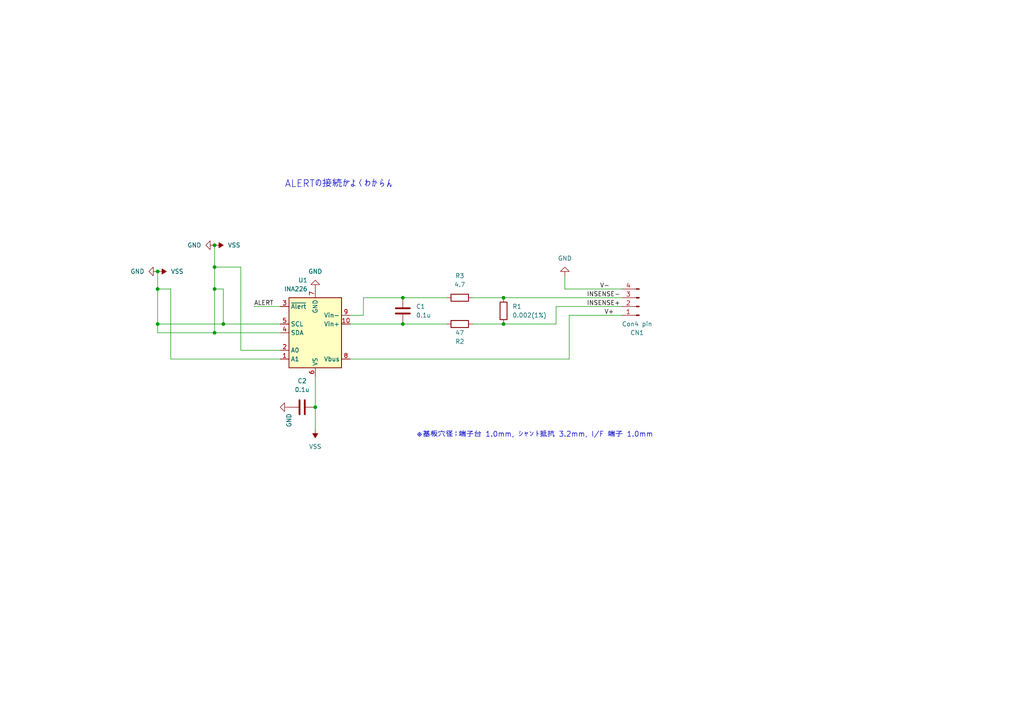
<source format=kicad_sch>
(kicad_sch (version 20230121) (generator eeschema)

  (uuid 287e619b-9256-4eb0-99a6-d319aff08c86)

  (paper "A4")

  (lib_symbols
    (symbol "Connector:Conn_01x04_Pin" (pin_names (offset 1.016) hide) (in_bom yes) (on_board yes)
      (property "Reference" "J" (at 0 5.08 0)
        (effects (font (size 1.27 1.27)))
      )
      (property "Value" "Conn_01x04_Pin" (at 0 -7.62 0)
        (effects (font (size 1.27 1.27)))
      )
      (property "Footprint" "" (at 0 0 0)
        (effects (font (size 1.27 1.27)) hide)
      )
      (property "Datasheet" "~" (at 0 0 0)
        (effects (font (size 1.27 1.27)) hide)
      )
      (property "ki_locked" "" (at 0 0 0)
        (effects (font (size 1.27 1.27)))
      )
      (property "ki_keywords" "connector" (at 0 0 0)
        (effects (font (size 1.27 1.27)) hide)
      )
      (property "ki_description" "Generic connector, single row, 01x04, script generated" (at 0 0 0)
        (effects (font (size 1.27 1.27)) hide)
      )
      (property "ki_fp_filters" "Connector*:*_1x??_*" (at 0 0 0)
        (effects (font (size 1.27 1.27)) hide)
      )
      (symbol "Conn_01x04_Pin_1_1"
        (polyline
          (pts
            (xy 1.27 -5.08)
            (xy 0.8636 -5.08)
          )
          (stroke (width 0.1524) (type default))
          (fill (type none))
        )
        (polyline
          (pts
            (xy 1.27 -2.54)
            (xy 0.8636 -2.54)
          )
          (stroke (width 0.1524) (type default))
          (fill (type none))
        )
        (polyline
          (pts
            (xy 1.27 0)
            (xy 0.8636 0)
          )
          (stroke (width 0.1524) (type default))
          (fill (type none))
        )
        (polyline
          (pts
            (xy 1.27 2.54)
            (xy 0.8636 2.54)
          )
          (stroke (width 0.1524) (type default))
          (fill (type none))
        )
        (rectangle (start 0.8636 -4.953) (end 0 -5.207)
          (stroke (width 0.1524) (type default))
          (fill (type outline))
        )
        (rectangle (start 0.8636 -2.413) (end 0 -2.667)
          (stroke (width 0.1524) (type default))
          (fill (type outline))
        )
        (rectangle (start 0.8636 0.127) (end 0 -0.127)
          (stroke (width 0.1524) (type default))
          (fill (type outline))
        )
        (rectangle (start 0.8636 2.667) (end 0 2.413)
          (stroke (width 0.1524) (type default))
          (fill (type outline))
        )
        (pin passive line (at 5.08 2.54 180) (length 3.81)
          (name "Pin_1" (effects (font (size 1.27 1.27))))
          (number "1" (effects (font (size 1.27 1.27))))
        )
        (pin passive line (at 5.08 0 180) (length 3.81)
          (name "Pin_2" (effects (font (size 1.27 1.27))))
          (number "2" (effects (font (size 1.27 1.27))))
        )
        (pin passive line (at 5.08 -2.54 180) (length 3.81)
          (name "Pin_3" (effects (font (size 1.27 1.27))))
          (number "3" (effects (font (size 1.27 1.27))))
        )
        (pin passive line (at 5.08 -5.08 180) (length 3.81)
          (name "Pin_4" (effects (font (size 1.27 1.27))))
          (number "4" (effects (font (size 1.27 1.27))))
        )
      )
    )
    (symbol "Device:C" (pin_numbers hide) (pin_names (offset 0.254)) (in_bom yes) (on_board yes)
      (property "Reference" "C" (at 0.635 2.54 0)
        (effects (font (size 1.27 1.27)) (justify left))
      )
      (property "Value" "C" (at 0.635 -2.54 0)
        (effects (font (size 1.27 1.27)) (justify left))
      )
      (property "Footprint" "" (at 0.9652 -3.81 0)
        (effects (font (size 1.27 1.27)) hide)
      )
      (property "Datasheet" "~" (at 0 0 0)
        (effects (font (size 1.27 1.27)) hide)
      )
      (property "ki_keywords" "cap capacitor" (at 0 0 0)
        (effects (font (size 1.27 1.27)) hide)
      )
      (property "ki_description" "Unpolarized capacitor" (at 0 0 0)
        (effects (font (size 1.27 1.27)) hide)
      )
      (property "ki_fp_filters" "C_*" (at 0 0 0)
        (effects (font (size 1.27 1.27)) hide)
      )
      (symbol "C_0_1"
        (polyline
          (pts
            (xy -2.032 -0.762)
            (xy 2.032 -0.762)
          )
          (stroke (width 0.508) (type default))
          (fill (type none))
        )
        (polyline
          (pts
            (xy -2.032 0.762)
            (xy 2.032 0.762)
          )
          (stroke (width 0.508) (type default))
          (fill (type none))
        )
      )
      (symbol "C_1_1"
        (pin passive line (at 0 3.81 270) (length 2.794)
          (name "~" (effects (font (size 1.27 1.27))))
          (number "1" (effects (font (size 1.27 1.27))))
        )
        (pin passive line (at 0 -3.81 90) (length 2.794)
          (name "~" (effects (font (size 1.27 1.27))))
          (number "2" (effects (font (size 1.27 1.27))))
        )
      )
    )
    (symbol "Device:R" (pin_numbers hide) (pin_names (offset 0)) (in_bom yes) (on_board yes)
      (property "Reference" "R" (at 2.032 0 90)
        (effects (font (size 1.27 1.27)))
      )
      (property "Value" "R" (at 0 0 90)
        (effects (font (size 1.27 1.27)))
      )
      (property "Footprint" "" (at -1.778 0 90)
        (effects (font (size 1.27 1.27)) hide)
      )
      (property "Datasheet" "~" (at 0 0 0)
        (effects (font (size 1.27 1.27)) hide)
      )
      (property "ki_keywords" "R res resistor" (at 0 0 0)
        (effects (font (size 1.27 1.27)) hide)
      )
      (property "ki_description" "Resistor" (at 0 0 0)
        (effects (font (size 1.27 1.27)) hide)
      )
      (property "ki_fp_filters" "R_*" (at 0 0 0)
        (effects (font (size 1.27 1.27)) hide)
      )
      (symbol "R_0_1"
        (rectangle (start -1.016 -2.54) (end 1.016 2.54)
          (stroke (width 0.254) (type default))
          (fill (type none))
        )
      )
      (symbol "R_1_1"
        (pin passive line (at 0 3.81 270) (length 1.27)
          (name "~" (effects (font (size 1.27 1.27))))
          (number "1" (effects (font (size 1.27 1.27))))
        )
        (pin passive line (at 0 -3.81 90) (length 1.27)
          (name "~" (effects (font (size 1.27 1.27))))
          (number "2" (effects (font (size 1.27 1.27))))
        )
      )
    )
    (symbol "Sensor_Energy:INA226" (in_bom yes) (on_board yes)
      (property "Reference" "U" (at -6.35 11.43 0)
        (effects (font (size 1.27 1.27)))
      )
      (property "Value" "INA226" (at 3.81 11.43 0)
        (effects (font (size 1.27 1.27)))
      )
      (property "Footprint" "Package_SO:VSSOP-10_3x3mm_P0.5mm" (at 20.32 -11.43 0)
        (effects (font (size 1.27 1.27)) hide)
      )
      (property "Datasheet" "http://www.ti.com/lit/ds/symlink/ina226.pdf" (at 8.89 -2.54 0)
        (effects (font (size 1.27 1.27)) hide)
      )
      (property "ki_keywords" "ADC I2C 16-Bit Oversampling Current Shunt" (at 0 0 0)
        (effects (font (size 1.27 1.27)) hide)
      )
      (property "ki_description" "High-Side or Low-Side Measurement, Bi-Directional Current and Power Monitor (0-36V) with I2C Compatible Interface, VSSOP-10" (at 0 0 0)
        (effects (font (size 1.27 1.27)) hide)
      )
      (property "ki_fp_filters" "VSSOP*3x3mm*P0.5mm*" (at 0 0 0)
        (effects (font (size 1.27 1.27)) hide)
      )
      (symbol "INA226_0_1"
        (rectangle (start 7.62 10.16) (end -7.62 -10.16)
          (stroke (width 0.254) (type default))
          (fill (type background))
        )
      )
      (symbol "INA226_1_1"
        (pin input line (at 10.16 7.62 180) (length 2.54)
          (name "A1" (effects (font (size 1.27 1.27))))
          (number "1" (effects (font (size 1.27 1.27))))
        )
        (pin input line (at -10.16 -2.54 0) (length 2.54)
          (name "Vin+" (effects (font (size 1.27 1.27))))
          (number "10" (effects (font (size 1.27 1.27))))
        )
        (pin input line (at 10.16 5.08 180) (length 2.54)
          (name "A0" (effects (font (size 1.27 1.27))))
          (number "2" (effects (font (size 1.27 1.27))))
        )
        (pin open_collector line (at 10.16 -7.62 180) (length 2.54)
          (name "~{Alert}" (effects (font (size 1.27 1.27))))
          (number "3" (effects (font (size 1.27 1.27))))
        )
        (pin bidirectional line (at 10.16 0 180) (length 2.54)
          (name "SDA" (effects (font (size 1.27 1.27))))
          (number "4" (effects (font (size 1.27 1.27))))
        )
        (pin input line (at 10.16 -2.54 180) (length 2.54)
          (name "SCL" (effects (font (size 1.27 1.27))))
          (number "5" (effects (font (size 1.27 1.27))))
        )
        (pin power_in line (at 0 12.7 270) (length 2.54)
          (name "VS" (effects (font (size 1.27 1.27))))
          (number "6" (effects (font (size 1.27 1.27))))
        )
        (pin power_in line (at 0 -12.7 90) (length 2.54)
          (name "GND" (effects (font (size 1.27 1.27))))
          (number "7" (effects (font (size 1.27 1.27))))
        )
        (pin input line (at -10.16 7.62 0) (length 2.54)
          (name "Vbus" (effects (font (size 1.27 1.27))))
          (number "8" (effects (font (size 1.27 1.27))))
        )
        (pin input line (at -10.16 -5.08 0) (length 2.54)
          (name "Vin-" (effects (font (size 1.27 1.27))))
          (number "9" (effects (font (size 1.27 1.27))))
        )
      )
    )
    (symbol "power:GND" (power) (pin_names (offset 0)) (in_bom yes) (on_board yes)
      (property "Reference" "#PWR" (at 0 -6.35 0)
        (effects (font (size 1.27 1.27)) hide)
      )
      (property "Value" "GND" (at 0 -3.81 0)
        (effects (font (size 1.27 1.27)))
      )
      (property "Footprint" "" (at 0 0 0)
        (effects (font (size 1.27 1.27)) hide)
      )
      (property "Datasheet" "" (at 0 0 0)
        (effects (font (size 1.27 1.27)) hide)
      )
      (property "ki_keywords" "global power" (at 0 0 0)
        (effects (font (size 1.27 1.27)) hide)
      )
      (property "ki_description" "Power symbol creates a global label with name \"GND\" , ground" (at 0 0 0)
        (effects (font (size 1.27 1.27)) hide)
      )
      (symbol "GND_0_1"
        (polyline
          (pts
            (xy 0 0)
            (xy 0 -1.27)
            (xy 1.27 -1.27)
            (xy 0 -2.54)
            (xy -1.27 -1.27)
            (xy 0 -1.27)
          )
          (stroke (width 0) (type default))
          (fill (type none))
        )
      )
      (symbol "GND_1_1"
        (pin power_in line (at 0 0 270) (length 0) hide
          (name "GND" (effects (font (size 1.27 1.27))))
          (number "1" (effects (font (size 1.27 1.27))))
        )
      )
    )
    (symbol "power:VSS" (power) (pin_names (offset 0)) (in_bom yes) (on_board yes)
      (property "Reference" "#PWR" (at 0 -3.81 0)
        (effects (font (size 1.27 1.27)) hide)
      )
      (property "Value" "VSS" (at 0 3.81 0)
        (effects (font (size 1.27 1.27)))
      )
      (property "Footprint" "" (at 0 0 0)
        (effects (font (size 1.27 1.27)) hide)
      )
      (property "Datasheet" "" (at 0 0 0)
        (effects (font (size 1.27 1.27)) hide)
      )
      (property "ki_keywords" "global power" (at 0 0 0)
        (effects (font (size 1.27 1.27)) hide)
      )
      (property "ki_description" "Power symbol creates a global label with name \"VSS\"" (at 0 0 0)
        (effects (font (size 1.27 1.27)) hide)
      )
      (symbol "VSS_0_1"
        (polyline
          (pts
            (xy 0 0)
            (xy 0 2.54)
          )
          (stroke (width 0) (type default))
          (fill (type none))
        )
        (polyline
          (pts
            (xy 0.762 1.27)
            (xy -0.762 1.27)
            (xy 0 2.54)
            (xy 0.762 1.27)
          )
          (stroke (width 0) (type default))
          (fill (type outline))
        )
      )
      (symbol "VSS_1_1"
        (pin power_in line (at 0 0 90) (length 0) hide
          (name "VSS" (effects (font (size 1.27 1.27))))
          (number "1" (effects (font (size 1.27 1.27))))
        )
      )
    )
  )

  (junction (at 45.72 83.82) (diameter 0) (color 0 0 0 0)
    (uuid 024de5c2-14f5-445b-8c79-654cd06109dc)
  )
  (junction (at 62.23 71.12) (diameter 0) (color 0 0 0 0)
    (uuid 1948db25-3f37-4f2a-a9a0-fa5888f4a0b5)
  )
  (junction (at 146.05 93.98) (diameter 0) (color 0 0 0 0)
    (uuid 300452d3-0cff-4f9a-a763-60a40e845d71)
  )
  (junction (at 62.23 77.47) (diameter 0) (color 0 0 0 0)
    (uuid 34c65d5e-90fc-47db-8c38-379ca100c23e)
  )
  (junction (at 62.23 83.82) (diameter 0) (color 0 0 0 0)
    (uuid 3c4069d8-e3e2-4976-a0c1-197ce89a2526)
  )
  (junction (at 116.84 86.36) (diameter 0) (color 0 0 0 0)
    (uuid 60112316-aa52-4501-ad9c-c666a5acffe0)
  )
  (junction (at 64.77 93.98) (diameter 0) (color 0 0 0 0)
    (uuid 7ea3c754-c109-43aa-964c-7701d91e6726)
  )
  (junction (at 45.72 78.74) (diameter 0) (color 0 0 0 0)
    (uuid 952b0a2b-cc12-4cbd-9385-5258498fd6fb)
  )
  (junction (at 116.84 93.98) (diameter 0) (color 0 0 0 0)
    (uuid 9863b537-933e-4763-b54f-e8378d2191be)
  )
  (junction (at 91.44 118.11) (diameter 0) (color 0 0 0 0)
    (uuid b28ae9e6-deca-4636-9df0-84a2362904cf)
  )
  (junction (at 62.23 96.52) (diameter 0) (color 0 0 0 0)
    (uuid cca5358d-8381-4330-95d0-d97679e16d13)
  )
  (junction (at 146.05 86.36) (diameter 0) (color 0 0 0 0)
    (uuid d4a0fd71-e00b-48b6-830e-4d7ab121aadd)
  )
  (junction (at 45.72 93.98) (diameter 0) (color 0 0 0 0)
    (uuid e01d7a10-d8dd-4e6d-b040-eed45718fc6f)
  )

  (wire (pts (xy 105.41 86.36) (xy 116.84 86.36))
    (stroke (width 0) (type default))
    (uuid 024d3a00-3e2c-463d-9112-6ad9aad0ad54)
  )
  (wire (pts (xy 62.23 71.12) (xy 62.23 77.47))
    (stroke (width 0) (type default))
    (uuid 10a11428-7abb-41ee-90ee-b26e373cb40a)
  )
  (wire (pts (xy 137.16 93.98) (xy 146.05 93.98))
    (stroke (width 0) (type default))
    (uuid 13573e07-3a9b-4fc8-8e6c-1cf5e5363678)
  )
  (wire (pts (xy 45.72 93.98) (xy 64.77 93.98))
    (stroke (width 0) (type default))
    (uuid 18395364-780c-481b-bebe-54c264ee28f5)
  )
  (wire (pts (xy 64.77 93.98) (xy 64.77 83.82))
    (stroke (width 0) (type default))
    (uuid 1fc26920-bc05-4816-85da-b8ecd1c76f02)
  )
  (wire (pts (xy 62.23 83.82) (xy 64.77 83.82))
    (stroke (width 0) (type default))
    (uuid 25988151-4321-4cdd-8323-1966fda7164f)
  )
  (wire (pts (xy 91.44 109.22) (xy 91.44 118.11))
    (stroke (width 0) (type default))
    (uuid 28f803ea-ae5e-4c1f-892b-677301c1a722)
  )
  (wire (pts (xy 165.1 91.44) (xy 180.34 91.44))
    (stroke (width 0) (type default))
    (uuid 30ad5f08-c120-42d8-af20-99938d6dc412)
  )
  (wire (pts (xy 69.85 101.6) (xy 69.85 77.47))
    (stroke (width 0) (type default))
    (uuid 53c6cd1f-d927-4717-969c-a8c952b20786)
  )
  (wire (pts (xy 116.84 93.98) (xy 129.54 93.98))
    (stroke (width 0) (type default))
    (uuid 5a7222e5-7f9d-4e9d-afce-755c69d0f403)
  )
  (wire (pts (xy 163.83 83.82) (xy 180.34 83.82))
    (stroke (width 0) (type default))
    (uuid 5bf31190-9686-43cf-bc4b-349e154bfca5)
  )
  (wire (pts (xy 101.6 93.98) (xy 116.84 93.98))
    (stroke (width 0) (type default))
    (uuid 5e737df5-b3a3-455d-97d7-554110611902)
  )
  (wire (pts (xy 161.29 88.9) (xy 180.34 88.9))
    (stroke (width 0) (type default))
    (uuid 68d4027f-28bc-40ec-975e-b6149a733055)
  )
  (wire (pts (xy 62.23 77.47) (xy 69.85 77.47))
    (stroke (width 0) (type default))
    (uuid 6c12a981-8174-4dcc-89f6-6d3fac202afa)
  )
  (wire (pts (xy 146.05 93.98) (xy 161.29 93.98))
    (stroke (width 0) (type default))
    (uuid 6debfc75-8442-4db0-bf16-205fd4b2ef56)
  )
  (wire (pts (xy 45.72 78.74) (xy 45.72 83.82))
    (stroke (width 0) (type default))
    (uuid 7433fba0-418c-4501-a1b9-9563b90d94f6)
  )
  (wire (pts (xy 101.6 91.44) (xy 105.41 91.44))
    (stroke (width 0) (type default))
    (uuid 766ba8fe-0e06-4c04-88de-27339974f929)
  )
  (wire (pts (xy 64.77 93.98) (xy 81.28 93.98))
    (stroke (width 0) (type default))
    (uuid 793bccdb-2438-4f4e-9c40-83ddd8293d98)
  )
  (wire (pts (xy 81.28 101.6) (xy 69.85 101.6))
    (stroke (width 0) (type default))
    (uuid 812f1b29-b908-46ef-9a28-3fe21c2aec13)
  )
  (wire (pts (xy 45.72 83.82) (xy 49.53 83.82))
    (stroke (width 0) (type default))
    (uuid 82892db6-9a9e-4354-8800-b4647f019cd7)
  )
  (wire (pts (xy 116.84 86.36) (xy 129.54 86.36))
    (stroke (width 0) (type default))
    (uuid 978a4c18-2ee1-45fc-9101-f3385e035191)
  )
  (wire (pts (xy 45.72 83.82) (xy 45.72 93.98))
    (stroke (width 0) (type default))
    (uuid 9815dc4a-9405-4193-b48b-d5f6b9e2a293)
  )
  (wire (pts (xy 81.28 104.14) (xy 49.53 104.14))
    (stroke (width 0) (type default))
    (uuid 9e8df156-dbce-49e1-b8ad-bb79e98a489f)
  )
  (wire (pts (xy 49.53 83.82) (xy 49.53 104.14))
    (stroke (width 0) (type default))
    (uuid aea87700-62c4-4229-8536-5249abeb197b)
  )
  (wire (pts (xy 163.83 80.01) (xy 163.83 83.82))
    (stroke (width 0) (type default))
    (uuid bc036109-1be7-4c38-95c5-1134860fdc5c)
  )
  (wire (pts (xy 137.16 86.36) (xy 146.05 86.36))
    (stroke (width 0) (type default))
    (uuid bfafa0e9-494e-492a-8970-e5ad415dc577)
  )
  (wire (pts (xy 91.44 118.11) (xy 91.44 124.46))
    (stroke (width 0) (type default))
    (uuid c34a86d7-e756-4ad3-9388-aecc66843bb2)
  )
  (wire (pts (xy 105.41 91.44) (xy 105.41 86.36))
    (stroke (width 0) (type default))
    (uuid c3d71c17-1b78-43ed-aa63-176059de7909)
  )
  (wire (pts (xy 161.29 93.98) (xy 161.29 88.9))
    (stroke (width 0) (type default))
    (uuid c53aead4-b665-40bc-8cad-42ee567e0685)
  )
  (wire (pts (xy 165.1 91.44) (xy 165.1 104.14))
    (stroke (width 0) (type default))
    (uuid ca3ead73-cce5-4c46-84d2-25b16d8f582e)
  )
  (wire (pts (xy 62.23 77.47) (xy 62.23 83.82))
    (stroke (width 0) (type default))
    (uuid cf486c27-3522-493a-8ab0-9f0ab834e519)
  )
  (wire (pts (xy 45.72 96.52) (xy 62.23 96.52))
    (stroke (width 0) (type default))
    (uuid d67f0bba-a272-480e-998b-02f9ff3448ed)
  )
  (wire (pts (xy 62.23 96.52) (xy 81.28 96.52))
    (stroke (width 0) (type default))
    (uuid da6d37d1-477a-4e24-81c7-2bc3e9d87718)
  )
  (wire (pts (xy 62.23 83.82) (xy 62.23 96.52))
    (stroke (width 0) (type default))
    (uuid dfc41728-81d1-4d8e-9461-ca58d7ac0f56)
  )
  (wire (pts (xy 165.1 104.14) (xy 101.6 104.14))
    (stroke (width 0) (type default))
    (uuid eb45392e-a9dd-4389-8d87-1fff2692cf16)
  )
  (wire (pts (xy 73.66 88.9) (xy 81.28 88.9))
    (stroke (width 0) (type default))
    (uuid f01c0c0f-62d6-46e2-9e27-65b328119682)
  )
  (wire (pts (xy 146.05 86.36) (xy 180.34 86.36))
    (stroke (width 0) (type default))
    (uuid f59e6036-ac3f-419a-81a7-49a95bd6deed)
  )
  (wire (pts (xy 45.72 93.98) (xy 45.72 96.52))
    (stroke (width 0) (type default))
    (uuid f6fa1f4e-cfba-4fc6-9609-d6db7d7ecca2)
  )

  (text "※基板穴径：端子台 1.0mm, シャント抵抗 3.2mm, I/F 端子 1.0mm" (at 120.65 127 0)
    (effects (font (size 1.5 1.5)) (justify left bottom))
    (uuid 90aab7a5-0226-454c-8056-34627da92aef)
  )
  (text "ALERTの接続がよくわからん" (at 82.55 54.61 0)
    (effects (font (size 2 2)) (justify left bottom))
    (uuid f0deb96e-5046-4217-ab0c-f3d7afe126ca)
  )

  (label "INSENSE-" (at 170.18 86.36 0) (fields_autoplaced)
    (effects (font (size 1.27 1.27)) (justify left bottom))
    (uuid 3c9596f5-ce37-44df-95bf-282ed1e218b2)
  )
  (label "ALERT" (at 73.66 88.9 0) (fields_autoplaced)
    (effects (font (size 1.27 1.27)) (justify left bottom))
    (uuid 4bea0136-2602-4842-8c9e-a7c7c44fb396)
  )
  (label "INSENSE+" (at 170.18 88.9 0) (fields_autoplaced)
    (effects (font (size 1.27 1.27)) (justify left bottom))
    (uuid 7ada7ec2-bc61-45f8-9e8b-76b8221a5f5e)
  )
  (label "V-" (at 173.99 83.82 0) (fields_autoplaced)
    (effects (font (size 1.27 1.27)) (justify left bottom))
    (uuid 9b6255d0-9c14-415e-8d68-1c27e202d52b)
  )
  (label "V+" (at 175.26 91.44 0) (fields_autoplaced)
    (effects (font (size 1.27 1.27)) (justify left bottom))
    (uuid da41cbfc-8056-462e-991e-fe1e27b92610)
  )

  (symbol (lib_id "power:GND") (at 163.83 80.01 0) (mirror x) (unit 1)
    (in_bom yes) (on_board yes) (dnp no) (fields_autoplaced)
    (uuid 2a49525f-4d3a-47f2-93d3-37123f34271c)
    (property "Reference" "#PWR04" (at 163.83 73.66 0)
      (effects (font (size 1.27 1.27)) hide)
    )
    (property "Value" "GND" (at 163.83 74.93 0)
      (effects (font (size 1.27 1.27)))
    )
    (property "Footprint" "" (at 163.83 80.01 0)
      (effects (font (size 1.27 1.27)) hide)
    )
    (property "Datasheet" "" (at 163.83 80.01 0)
      (effects (font (size 1.27 1.27)) hide)
    )
    (pin "1" (uuid 5df7266e-1c1c-4a00-b113-e9f57e18feba))
    (instances
      (project "INA"
        (path "/287e619b-9256-4eb0-99a6-d319aff08c86"
          (reference "#PWR04") (unit 1)
        )
      )
    )
  )

  (symbol (lib_id "power:GND") (at 91.44 83.82 0) (mirror x) (unit 1)
    (in_bom yes) (on_board yes) (dnp no) (fields_autoplaced)
    (uuid 399b2b82-5ac1-4bab-8007-3d1d2608706e)
    (property "Reference" "#PWR01" (at 91.44 77.47 0)
      (effects (font (size 1.27 1.27)) hide)
    )
    (property "Value" "GND" (at 91.44 78.74 0)
      (effects (font (size 1.27 1.27)))
    )
    (property "Footprint" "" (at 91.44 83.82 0)
      (effects (font (size 1.27 1.27)) hide)
    )
    (property "Datasheet" "" (at 91.44 83.82 0)
      (effects (font (size 1.27 1.27)) hide)
    )
    (pin "1" (uuid 42f263c0-7708-4e0e-a0ba-afd1bcc4a178))
    (instances
      (project "INA"
        (path "/287e619b-9256-4eb0-99a6-d319aff08c86"
          (reference "#PWR01") (unit 1)
        )
      )
    )
  )

  (symbol (lib_id "power:VSS") (at 91.44 124.46 0) (mirror x) (unit 1)
    (in_bom yes) (on_board yes) (dnp no) (fields_autoplaced)
    (uuid 4fceb65b-c889-44cb-85e1-475ddc77e75c)
    (property "Reference" "#PWR03" (at 91.44 120.65 0)
      (effects (font (size 1.27 1.27)) hide)
    )
    (property "Value" "VSS" (at 91.44 129.54 0)
      (effects (font (size 1.27 1.27)))
    )
    (property "Footprint" "" (at 91.44 124.46 0)
      (effects (font (size 1.27 1.27)) hide)
    )
    (property "Datasheet" "" (at 91.44 124.46 0)
      (effects (font (size 1.27 1.27)) hide)
    )
    (pin "1" (uuid c9219170-ace8-4003-8ad8-c7bbfdadaea5))
    (instances
      (project "INA"
        (path "/287e619b-9256-4eb0-99a6-d319aff08c86"
          (reference "#PWR03") (unit 1)
        )
      )
    )
  )

  (symbol (lib_id "Device:C") (at 87.63 118.11 270) (unit 1)
    (in_bom yes) (on_board yes) (dnp no) (fields_autoplaced)
    (uuid 7652bbd3-8240-4072-860c-e925b8561081)
    (property "Reference" "C2" (at 87.63 110.49 90)
      (effects (font (size 1.27 1.27)))
    )
    (property "Value" "0.1u" (at 87.63 113.03 90)
      (effects (font (size 1.27 1.27)))
    )
    (property "Footprint" "" (at 83.82 119.0752 0)
      (effects (font (size 1.27 1.27)) hide)
    )
    (property "Datasheet" "~" (at 87.63 118.11 0)
      (effects (font (size 1.27 1.27)) hide)
    )
    (pin "1" (uuid 2572534b-bdff-4d5c-88aa-b7b469fd157d))
    (pin "2" (uuid 6b445560-605f-4439-93a0-5a18d383106c))
    (instances
      (project "INA"
        (path "/287e619b-9256-4eb0-99a6-d319aff08c86"
          (reference "C2") (unit 1)
        )
      )
    )
  )

  (symbol (lib_id "power:GND") (at 62.23 71.12 270) (unit 1)
    (in_bom yes) (on_board yes) (dnp no) (fields_autoplaced)
    (uuid 820efac0-f679-4f81-8633-ddc5269e4c98)
    (property "Reference" "#PWR06" (at 55.88 71.12 0)
      (effects (font (size 1.27 1.27)) hide)
    )
    (property "Value" "GND" (at 58.42 71.12 90)
      (effects (font (size 1.27 1.27)) (justify right))
    )
    (property "Footprint" "" (at 62.23 71.12 0)
      (effects (font (size 1.27 1.27)) hide)
    )
    (property "Datasheet" "" (at 62.23 71.12 0)
      (effects (font (size 1.27 1.27)) hide)
    )
    (pin "1" (uuid 80768c36-e555-432f-93ba-bcfc97854b27))
    (instances
      (project "INA"
        (path "/287e619b-9256-4eb0-99a6-d319aff08c86"
          (reference "#PWR06") (unit 1)
        )
      )
    )
  )

  (symbol (lib_id "Device:C") (at 116.84 90.17 0) (unit 1)
    (in_bom yes) (on_board yes) (dnp no) (fields_autoplaced)
    (uuid 977b32b6-7c0c-4a50-91fe-bee1a957884c)
    (property "Reference" "C1" (at 120.65 88.9 0)
      (effects (font (size 1.27 1.27)) (justify left))
    )
    (property "Value" "0.1u" (at 120.65 91.44 0)
      (effects (font (size 1.27 1.27)) (justify left))
    )
    (property "Footprint" "" (at 117.8052 93.98 0)
      (effects (font (size 1.27 1.27)) hide)
    )
    (property "Datasheet" "~" (at 116.84 90.17 0)
      (effects (font (size 1.27 1.27)) hide)
    )
    (pin "2" (uuid ac695178-fbe5-4b88-b57d-77657b59f6ce))
    (pin "1" (uuid c7ef131e-a8ef-4d47-a650-6a48b865cb8d))
    (instances
      (project "INA"
        (path "/287e619b-9256-4eb0-99a6-d319aff08c86"
          (reference "C1") (unit 1)
        )
      )
    )
  )

  (symbol (lib_id "power:VSS") (at 62.23 71.12 270) (unit 1)
    (in_bom yes) (on_board yes) (dnp no) (fields_autoplaced)
    (uuid ad66bd4d-5fee-4da6-9ca2-a5eac82cdb03)
    (property "Reference" "#PWR08" (at 58.42 71.12 0)
      (effects (font (size 1.27 1.27)) hide)
    )
    (property "Value" "VSS" (at 66.04 71.12 90)
      (effects (font (size 1.27 1.27)) (justify left))
    )
    (property "Footprint" "" (at 62.23 71.12 0)
      (effects (font (size 1.27 1.27)) hide)
    )
    (property "Datasheet" "" (at 62.23 71.12 0)
      (effects (font (size 1.27 1.27)) hide)
    )
    (pin "1" (uuid cc2a3af6-d511-4d09-b760-da3c9f87ba4e))
    (instances
      (project "INA"
        (path "/287e619b-9256-4eb0-99a6-d319aff08c86"
          (reference "#PWR08") (unit 1)
        )
      )
    )
  )

  (symbol (lib_id "Device:R") (at 133.35 93.98 270) (unit 1)
    (in_bom yes) (on_board yes) (dnp no)
    (uuid b41ffd4f-902a-452c-92d5-701909c4c116)
    (property "Reference" "R2" (at 133.35 99.06 90)
      (effects (font (size 1.27 1.27)))
    )
    (property "Value" "47" (at 133.35 96.52 90)
      (effects (font (size 1.27 1.27)))
    )
    (property "Footprint" "" (at 133.35 92.202 90)
      (effects (font (size 1.27 1.27)) hide)
    )
    (property "Datasheet" "~" (at 133.35 93.98 0)
      (effects (font (size 1.27 1.27)) hide)
    )
    (pin "2" (uuid 89855837-a0ee-49e4-a28e-688f4716da4b))
    (pin "1" (uuid 099933d1-74da-42db-8e65-bbe0f3db28a7))
    (instances
      (project "INA"
        (path "/287e619b-9256-4eb0-99a6-d319aff08c86"
          (reference "R2") (unit 1)
        )
      )
    )
  )

  (symbol (lib_id "Sensor_Energy:INA226") (at 91.44 96.52 180) (unit 1)
    (in_bom yes) (on_board yes) (dnp no)
    (uuid b7c0305d-9cd2-4a83-a6d6-58298a3bc25f)
    (property "Reference" "U1" (at 89.2459 81.28 0)
      (effects (font (size 1.27 1.27)) (justify left))
    )
    (property "Value" "INA226" (at 89.2459 83.82 0)
      (effects (font (size 1.27 1.27)) (justify left))
    )
    (property "Footprint" "Package_SO:VSSOP-10_3x3mm_P0.5mm" (at 71.12 85.09 0)
      (effects (font (size 1.27 1.27)) hide)
    )
    (property "Datasheet" "http://www.ti.com/lit/ds/symlink/ina226.pdf" (at 82.55 93.98 0)
      (effects (font (size 1.27 1.27)) hide)
    )
    (pin "1" (uuid d232b3dc-6778-4bb4-a11e-07e433897219))
    (pin "10" (uuid a8e5c743-438b-460f-a140-465794a4e331))
    (pin "8" (uuid 2fbabf37-b032-4dbc-87d2-475775f5c843))
    (pin "9" (uuid 2adb6497-0e12-4f75-9cf9-bd3fe2266582))
    (pin "7" (uuid a7d413f1-86d1-4e9a-8e9d-5ff9437a24fb))
    (pin "2" (uuid ec5696fd-04c4-4b58-ba34-810a8af9db24))
    (pin "5" (uuid 7d8b7993-6c18-4871-9a66-2d37a36c63c8))
    (pin "3" (uuid 44598791-6f5c-43ee-8334-8e2e1a7b24d8))
    (pin "6" (uuid 7a56091c-47e7-4ffb-8711-bd7b2974ed99))
    (pin "4" (uuid f417f1a9-64dd-4733-9cd3-ed9d3718a7d9))
    (instances
      (project "INA"
        (path "/287e619b-9256-4eb0-99a6-d319aff08c86"
          (reference "U1") (unit 1)
        )
      )
    )
  )

  (symbol (lib_id "Device:R") (at 146.05 90.17 0) (unit 1)
    (in_bom yes) (on_board yes) (dnp no) (fields_autoplaced)
    (uuid b976ec1d-8510-4e3f-91e4-8ad574b845f7)
    (property "Reference" "R1" (at 148.59 88.9 0)
      (effects (font (size 1.27 1.27)) (justify left))
    )
    (property "Value" "0.002(1%)" (at 148.59 91.44 0)
      (effects (font (size 1.27 1.27)) (justify left))
    )
    (property "Footprint" "" (at 144.272 90.17 90)
      (effects (font (size 1.27 1.27)) hide)
    )
    (property "Datasheet" "~" (at 146.05 90.17 0)
      (effects (font (size 1.27 1.27)) hide)
    )
    (pin "1" (uuid 058d40a7-87b8-4a85-b25b-4d195890053f))
    (pin "2" (uuid 6e761a9a-4848-4a68-a10c-aafa453d59cd))
    (instances
      (project "INA"
        (path "/287e619b-9256-4eb0-99a6-d319aff08c86"
          (reference "R1") (unit 1)
        )
      )
    )
  )

  (symbol (lib_id "power:GND") (at 83.82 118.11 270) (unit 1)
    (in_bom yes) (on_board yes) (dnp no)
    (uuid cac568a0-6c91-4c22-8863-c27a668ad8df)
    (property "Reference" "#PWR02" (at 77.47 118.11 0)
      (effects (font (size 1.27 1.27)) hide)
    )
    (property "Value" "GND" (at 83.82 121.92 0)
      (effects (font (size 1.27 1.27)))
    )
    (property "Footprint" "" (at 83.82 118.11 0)
      (effects (font (size 1.27 1.27)) hide)
    )
    (property "Datasheet" "" (at 83.82 118.11 0)
      (effects (font (size 1.27 1.27)) hide)
    )
    (pin "1" (uuid 7ecce783-8c98-4492-8d4a-aee20ca50d18))
    (instances
      (project "INA"
        (path "/287e619b-9256-4eb0-99a6-d319aff08c86"
          (reference "#PWR02") (unit 1)
        )
      )
    )
  )

  (symbol (lib_id "power:VSS") (at 45.72 78.74 270) (unit 1)
    (in_bom yes) (on_board yes) (dnp no) (fields_autoplaced)
    (uuid cf129042-3d13-40f8-a510-bbb08c8b332c)
    (property "Reference" "#PWR07" (at 41.91 78.74 0)
      (effects (font (size 1.27 1.27)) hide)
    )
    (property "Value" "VSS" (at 49.53 78.74 90)
      (effects (font (size 1.27 1.27)) (justify left))
    )
    (property "Footprint" "" (at 45.72 78.74 0)
      (effects (font (size 1.27 1.27)) hide)
    )
    (property "Datasheet" "" (at 45.72 78.74 0)
      (effects (font (size 1.27 1.27)) hide)
    )
    (pin "1" (uuid 14e544ab-888f-4f73-a65b-9d13cdfbffba))
    (instances
      (project "INA"
        (path "/287e619b-9256-4eb0-99a6-d319aff08c86"
          (reference "#PWR07") (unit 1)
        )
      )
    )
  )

  (symbol (lib_id "Connector:Conn_01x04_Pin") (at 185.42 88.9 180) (unit 1)
    (in_bom yes) (on_board yes) (dnp no)
    (uuid d30f6cd3-f8c3-46c9-b980-1ee5564510e2)
    (property "Reference" "CN1" (at 184.785 96.52 0)
      (effects (font (size 1.27 1.27)))
    )
    (property "Value" "Con4 pin" (at 184.785 93.98 0)
      (effects (font (size 1.27 1.27)))
    )
    (property "Footprint" "" (at 185.42 88.9 0)
      (effects (font (size 1.27 1.27)) hide)
    )
    (property "Datasheet" "~" (at 185.42 88.9 0)
      (effects (font (size 1.27 1.27)) hide)
    )
    (pin "3" (uuid 643446e2-5f33-4e74-a7e7-7a5725acdea7))
    (pin "2" (uuid 3c2a2e13-fc96-402d-a599-6d55164b5ec2))
    (pin "4" (uuid ab8144ce-bd23-4b2c-a3bc-385fd708f5ac))
    (pin "1" (uuid ced00748-a08d-4b9a-9355-12db05e6901a))
    (instances
      (project "INA"
        (path "/287e619b-9256-4eb0-99a6-d319aff08c86"
          (reference "CN1") (unit 1)
        )
      )
    )
  )

  (symbol (lib_id "power:GND") (at 45.72 78.74 270) (unit 1)
    (in_bom yes) (on_board yes) (dnp no) (fields_autoplaced)
    (uuid faf2e54a-0b90-4cab-bcaf-307224dc9370)
    (property "Reference" "#PWR05" (at 39.37 78.74 0)
      (effects (font (size 1.27 1.27)) hide)
    )
    (property "Value" "GND" (at 41.91 78.74 90)
      (effects (font (size 1.27 1.27)) (justify right))
    )
    (property "Footprint" "" (at 45.72 78.74 0)
      (effects (font (size 1.27 1.27)) hide)
    )
    (property "Datasheet" "" (at 45.72 78.74 0)
      (effects (font (size 1.27 1.27)) hide)
    )
    (pin "1" (uuid 705b0a10-2432-4ab2-9bdd-cec9684940dc))
    (instances
      (project "INA"
        (path "/287e619b-9256-4eb0-99a6-d319aff08c86"
          (reference "#PWR05") (unit 1)
        )
      )
    )
  )

  (symbol (lib_id "Device:R") (at 133.35 86.36 90) (unit 1)
    (in_bom yes) (on_board yes) (dnp no) (fields_autoplaced)
    (uuid fb03e9a7-7456-4091-8776-bda311c63e37)
    (property "Reference" "R3" (at 133.35 80.01 90)
      (effects (font (size 1.27 1.27)))
    )
    (property "Value" "4.7" (at 133.35 82.55 90)
      (effects (font (size 1.27 1.27)))
    )
    (property "Footprint" "" (at 133.35 88.138 90)
      (effects (font (size 1.27 1.27)) hide)
    )
    (property "Datasheet" "~" (at 133.35 86.36 0)
      (effects (font (size 1.27 1.27)) hide)
    )
    (pin "2" (uuid d9107281-9310-4093-9d49-fc9f54f970d8))
    (pin "1" (uuid 7698a233-8b75-4535-88ca-783053a5efe0))
    (instances
      (project "INA"
        (path "/287e619b-9256-4eb0-99a6-d319aff08c86"
          (reference "R3") (unit 1)
        )
      )
    )
  )

  (sheet_instances
    (path "/" (page "1"))
  )
)

</source>
